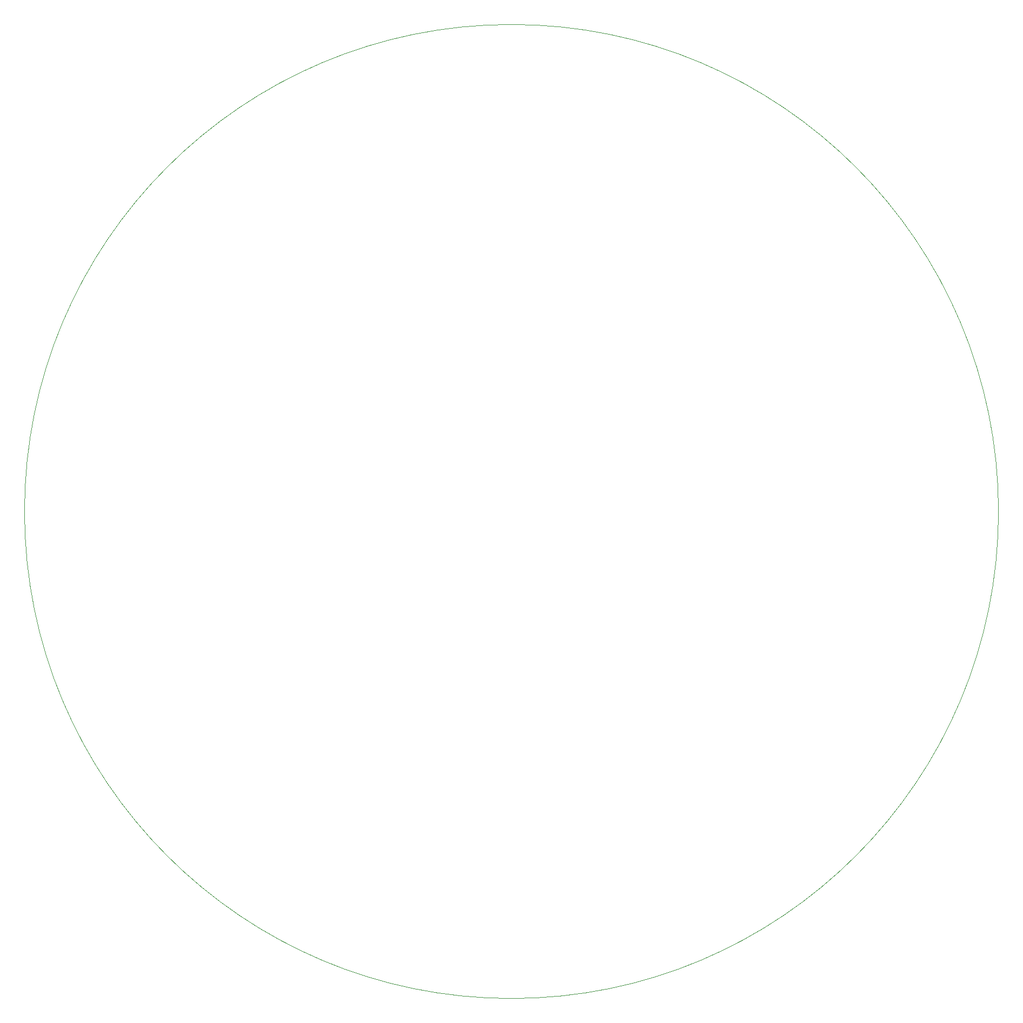
<source format=gbr>
G04 #@! TF.GenerationSoftware,KiCad,Pcbnew,5.1.4-e60b266~84~ubuntu18.04.1*
G04 #@! TF.CreationDate,2019-11-06T15:19:43-05:00*
G04 #@! TF.ProjectId,datapod,64617461-706f-4642-9e6b-696361645f70,1*
G04 #@! TF.SameCoordinates,Original*
G04 #@! TF.FileFunction,Profile,NP*
%FSLAX46Y46*%
G04 Gerber Fmt 4.6, Leading zero omitted, Abs format (unit mm)*
G04 Created by KiCad (PCBNEW 5.1.4-e60b266~84~ubuntu18.04.1) date 2019-11-06 15:19:43*
%MOMM*%
%LPD*%
G04 APERTURE LIST*
%ADD10C,0.050000*%
G04 APERTURE END LIST*
D10*
X176667459Y-96520000D02*
G75*
G03X176667459Y-96520000I-76337459J0D01*
G01*
M02*

</source>
